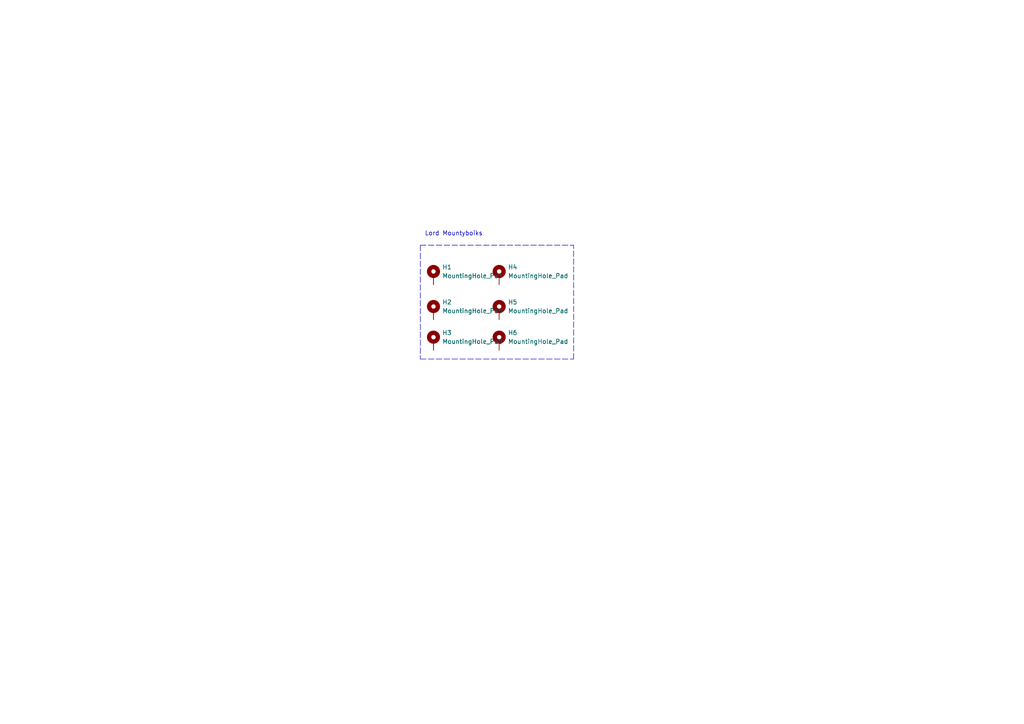
<source format=kicad_sch>
(kicad_sch (version 20211123) (generator eeschema)
  (paper "A4")
  (lib_symbols
    (symbol "Mechanical:MountingHole_Pad" (pin_numbers hide) (pin_names (offset 1.016) hide)
      (property "Reference" "H" (at 0 6.35 0))
      (property "Value" "MountingHole_Pad" (at 0 4.445 0))
      (symbol "MountingHole_Pad_0_1"
        (circle (center 0 1.27) (radius 1.27) (stroke (width 1.27)))
      )
      (symbol "MountingHole_Pad_1_1"
        (pin input line (at 0 -2.54 90) (length 2.54) (name "1") (number "1"))
      )
    )
  )
  (polyline (pts (xy 121.92 71.12) (xy 121.92 104.14)))
  (polyline (pts (xy 121.92 104.14) (xy 166.37 104.14)))
  (polyline (pts (xy 166.37 104.14) (xy 166.37 71.12)))
  (polyline (pts (xy 121.92 71.12) (xy 166.37 71.12)))
  (text "Lord Mountyboiks" (at 123.19 68.58 0) (effects (font (size 1.27 1.27)) (justify left bottom)))
  (symbol (lib_id "Mechanical:MountingHole_Pad") (at 125.73 80.01 0) (unit 1)
    (property "Reference" "H1" (at 128.27 77.4699 0) (effects (justify left)))
    (property "Value" "MountingHole_Pad" (at 128.27 80.0099 0) (effects (justify left)))
    (property "Footprint" "MountingHole:MountingHole_2.7mm_M2.5_ISO7380_Pad" (effects hide))
  )
  (symbol (lib_id "Mechanical:MountingHole_Pad") (at 144.78 99.06 0) (unit 1)
    (property "Reference" "H6" (at 147.32 96.5199 0) (effects (justify left)))
    (property "Value" "MountingHole_Pad" (at 147.32 99.0599 0) (effects (justify left)))
    (property "Footprint" "MountingHole:MountingHole_2.7mm_M2.5_ISO7380_Pad" (effects hide))
  )
  (symbol (lib_id "Mechanical:MountingHole_Pad") (at 125.73 99.06 0) (unit 1)
    (property "Reference" "H3" (at 128.27 96.5199 0) (effects (justify left)))
    (property "Value" "MountingHole_Pad" (at 128.27 99.0599 0) (effects (justify left)))
    (property "Footprint" "MountingHole:MountingHole_2.7mm_M2.5_ISO7380_Pad" (effects hide))
  )
  (symbol (lib_id "Mechanical:MountingHole_Pad") (at 144.78 80.01 0) (unit 1)
    (property "Reference" "H4" (at 147.32 77.4699 0) (effects (justify left)))
    (property "Value" "MountingHole_Pad" (at 147.32 80.0099 0) (effects (justify left)))
    (property "Footprint" "MountingHole:MountingHole_2.7mm_M2.5_ISO7380_Pad" (effects hide))
  )
  (symbol (lib_id "Mechanical:MountingHole_Pad") (at 144.78 90.17 0) (unit 1)
    (property "Reference" "H5" (at 147.32 87.6299 0) (effects (justify left)))
    (property "Value" "MountingHole_Pad" (at 147.32 90.1699 0) (effects (justify left)))
    (property "Footprint" "MountingHole:MountingHole_2.7mm_M2.5_ISO7380_Pad" (effects hide))
  )
  (symbol (lib_id "Mechanical:MountingHole_Pad") (at 125.73 90.17 0) (unit 1)
    (property "Reference" "H2" (at 128.27 87.6299 0) (effects (justify left)))
    (property "Value" "MountingHole_Pad" (at 128.27 90.1699 0) (effects (justify left)))
    (property "Footprint" "MountingHole:MountingHole_2.7mm_M2.5_ISO7380_Pad" (effects hide))
  )
)
</source>
